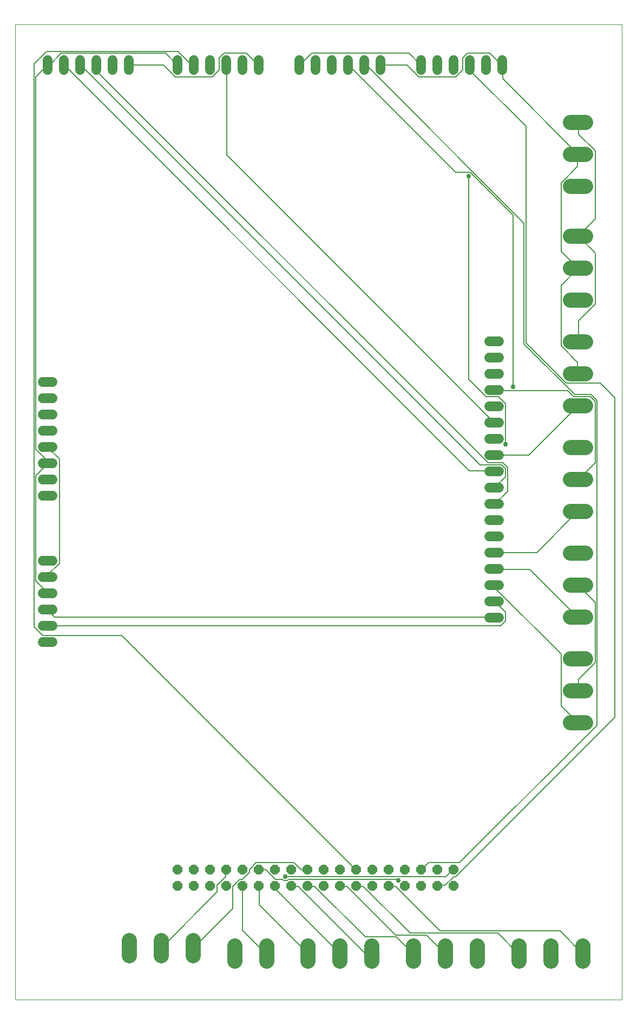
<source format=gtl>
G75*
%MOIN*%
%OFA0B0*%
%FSLAX25Y25*%
%IPPOS*%
%LPD*%
%AMOC8*
5,1,8,0,0,1.08239X$1,22.5*
%
%ADD10C,0.00000*%
%ADD11C,0.06000*%
%ADD12OC8,0.06000*%
%ADD13C,0.09370*%
%ADD14C,0.00600*%
%ADD15C,0.02978*%
D10*
X0001000Y0001000D02*
X0001000Y0600961D01*
X0374701Y0600961D01*
X0374701Y0001000D01*
X0001000Y0001000D01*
D11*
X0018000Y0221000D02*
X0024000Y0221000D01*
X0024000Y0231000D02*
X0018000Y0231000D01*
X0018000Y0241000D02*
X0024000Y0241000D01*
X0024000Y0251000D02*
X0018000Y0251000D01*
X0018000Y0261000D02*
X0024000Y0261000D01*
X0024000Y0271000D02*
X0018000Y0271000D01*
X0018000Y0311000D02*
X0024000Y0311000D01*
X0024000Y0321000D02*
X0018000Y0321000D01*
X0018000Y0331000D02*
X0024000Y0331000D01*
X0024000Y0341000D02*
X0018000Y0341000D01*
X0018000Y0351000D02*
X0024000Y0351000D01*
X0024000Y0361000D02*
X0018000Y0361000D01*
X0018000Y0371000D02*
X0024000Y0371000D01*
X0024000Y0381000D02*
X0018000Y0381000D01*
X0021000Y0573000D02*
X0021000Y0579000D01*
X0031000Y0579000D02*
X0031000Y0573000D01*
X0041000Y0573000D02*
X0041000Y0579000D01*
X0051000Y0579000D02*
X0051000Y0573000D01*
X0061000Y0573000D02*
X0061000Y0579000D01*
X0071000Y0579000D02*
X0071000Y0573000D01*
X0101000Y0573000D02*
X0101000Y0579000D01*
X0111000Y0579000D02*
X0111000Y0573000D01*
X0121000Y0573000D02*
X0121000Y0579000D01*
X0131000Y0579000D02*
X0131000Y0573000D01*
X0141000Y0573000D02*
X0141000Y0579000D01*
X0151000Y0579000D02*
X0151000Y0573000D01*
X0176000Y0573000D02*
X0176000Y0579000D01*
X0186000Y0579000D02*
X0186000Y0573000D01*
X0196000Y0573000D02*
X0196000Y0579000D01*
X0206000Y0579000D02*
X0206000Y0573000D01*
X0216000Y0573000D02*
X0216000Y0579000D01*
X0226000Y0579000D02*
X0226000Y0573000D01*
X0251000Y0573000D02*
X0251000Y0579000D01*
X0261000Y0579000D02*
X0261000Y0573000D01*
X0271000Y0573000D02*
X0271000Y0579000D01*
X0281000Y0579000D02*
X0281000Y0573000D01*
X0291000Y0573000D02*
X0291000Y0579000D01*
X0301000Y0579000D02*
X0301000Y0573000D01*
X0299000Y0406000D02*
X0293000Y0406000D01*
X0293000Y0396000D02*
X0299000Y0396000D01*
X0299000Y0386000D02*
X0293000Y0386000D01*
X0293000Y0376000D02*
X0299000Y0376000D01*
X0299000Y0366000D02*
X0293000Y0366000D01*
X0293000Y0356000D02*
X0299000Y0356000D01*
X0299000Y0346000D02*
X0293000Y0346000D01*
X0293000Y0336000D02*
X0299000Y0336000D01*
X0299000Y0326000D02*
X0293000Y0326000D01*
X0293000Y0316000D02*
X0299000Y0316000D01*
X0299000Y0306000D02*
X0293000Y0306000D01*
X0293000Y0296000D02*
X0299000Y0296000D01*
X0299000Y0286000D02*
X0293000Y0286000D01*
X0293000Y0276000D02*
X0299000Y0276000D01*
X0299000Y0266000D02*
X0293000Y0266000D01*
X0293000Y0256000D02*
X0299000Y0256000D01*
X0299000Y0246000D02*
X0293000Y0246000D01*
X0293000Y0236000D02*
X0299000Y0236000D01*
D12*
X0271000Y0081000D03*
X0271000Y0071000D03*
X0261000Y0071000D03*
X0261000Y0081000D03*
X0251000Y0081000D03*
X0251000Y0071000D03*
X0241000Y0071000D03*
X0241000Y0081000D03*
X0231000Y0081000D03*
X0231000Y0071000D03*
X0221000Y0071000D03*
X0221000Y0081000D03*
X0211000Y0081000D03*
X0211000Y0071000D03*
X0201000Y0071000D03*
X0201000Y0081000D03*
X0191000Y0081000D03*
X0191000Y0071000D03*
X0181000Y0071000D03*
X0181000Y0081000D03*
X0171000Y0081000D03*
X0171000Y0071000D03*
X0161000Y0071000D03*
X0161000Y0081000D03*
X0151000Y0081000D03*
X0151000Y0071000D03*
X0141000Y0071000D03*
X0141000Y0081000D03*
X0131000Y0081000D03*
X0131000Y0071000D03*
X0121000Y0071000D03*
X0121000Y0081000D03*
X0111000Y0081000D03*
X0111000Y0071000D03*
X0101000Y0071000D03*
X0101000Y0081000D03*
D13*
X0110685Y0037457D02*
X0110685Y0028087D01*
X0091000Y0028087D02*
X0091000Y0037457D01*
X0071315Y0037457D02*
X0071315Y0028087D01*
X0136157Y0024543D02*
X0136157Y0033913D01*
X0155843Y0033913D02*
X0155843Y0024543D01*
X0181315Y0024543D02*
X0181315Y0033913D01*
X0201000Y0033913D02*
X0201000Y0024543D01*
X0220685Y0024543D02*
X0220685Y0033913D01*
X0246315Y0033913D02*
X0246315Y0024543D01*
X0266000Y0024543D02*
X0266000Y0033913D01*
X0285685Y0033913D02*
X0285685Y0024543D01*
X0311315Y0024543D02*
X0311315Y0033913D01*
X0331000Y0033913D02*
X0331000Y0024543D01*
X0350685Y0024543D02*
X0350685Y0033913D01*
X0352457Y0171315D02*
X0343087Y0171315D01*
X0343087Y0191000D02*
X0352457Y0191000D01*
X0352457Y0210685D02*
X0343087Y0210685D01*
X0343087Y0236315D02*
X0352457Y0236315D01*
X0352457Y0256000D02*
X0343087Y0256000D01*
X0343087Y0275685D02*
X0352457Y0275685D01*
X0352457Y0301315D02*
X0343087Y0301315D01*
X0343087Y0321000D02*
X0352457Y0321000D01*
X0352457Y0340685D02*
X0343087Y0340685D01*
X0343087Y0366315D02*
X0352457Y0366315D01*
X0352457Y0386000D02*
X0343087Y0386000D01*
X0343087Y0405685D02*
X0352457Y0405685D01*
X0352457Y0431315D02*
X0343087Y0431315D01*
X0343087Y0451000D02*
X0352457Y0451000D01*
X0352457Y0470685D02*
X0343087Y0470685D01*
X0343087Y0501315D02*
X0352457Y0501315D01*
X0352457Y0521000D02*
X0343087Y0521000D01*
X0343087Y0540685D02*
X0352457Y0540685D01*
D14*
X0348000Y0540600D02*
X0348000Y0533400D01*
X0358200Y0523200D01*
X0358200Y0481200D01*
X0348000Y0471000D01*
X0347772Y0470685D01*
X0348000Y0470400D01*
X0358200Y0460200D01*
X0358200Y0429000D01*
X0348000Y0418800D01*
X0348000Y0406200D01*
X0347772Y0405685D01*
X0337200Y0403200D02*
X0347400Y0393000D01*
X0347400Y0386400D01*
X0347772Y0386000D01*
X0340200Y0380400D02*
X0315600Y0405000D01*
X0315600Y0538200D01*
X0281400Y0572400D01*
X0281400Y0576000D01*
X0281000Y0576000D01*
X0276600Y0573000D02*
X0276600Y0580200D01*
X0279600Y0583200D01*
X0293400Y0583200D01*
X0300600Y0576000D01*
X0301000Y0576000D01*
X0301200Y0576000D01*
X0301200Y0567600D01*
X0347400Y0521400D01*
X0347772Y0521000D01*
X0347400Y0520800D01*
X0347400Y0513600D01*
X0337200Y0503400D01*
X0337200Y0461400D01*
X0347400Y0451200D01*
X0347772Y0451000D01*
X0347400Y0450600D01*
X0337200Y0440400D01*
X0337200Y0403200D01*
X0340200Y0380400D02*
X0361200Y0380400D01*
X0370200Y0371400D01*
X0370200Y0174600D01*
X0272400Y0076800D01*
X0271200Y0076800D01*
X0265800Y0071400D01*
X0261000Y0071400D01*
X0261000Y0071000D01*
X0266400Y0076800D02*
X0270600Y0081000D01*
X0271000Y0081000D01*
X0274800Y0085200D02*
X0255600Y0085200D01*
X0251400Y0081000D01*
X0251000Y0081000D01*
X0237000Y0074400D02*
X0236400Y0075000D01*
X0169200Y0075000D01*
X0168600Y0074400D01*
X0166200Y0074400D01*
X0165600Y0075000D01*
X0161400Y0075000D01*
X0155400Y0081000D01*
X0151000Y0081000D01*
X0149400Y0085200D02*
X0145200Y0081000D01*
X0145200Y0079200D01*
X0141000Y0075000D01*
X0139200Y0075000D01*
X0135000Y0070800D01*
X0135000Y0057000D01*
X0111000Y0033000D01*
X0110685Y0032772D01*
X0091200Y0033000D02*
X0091000Y0032772D01*
X0091200Y0033000D02*
X0125400Y0067200D01*
X0125400Y0071400D01*
X0130800Y0076800D01*
X0130800Y0081000D01*
X0131000Y0081000D01*
X0141000Y0071000D02*
X0141000Y0043800D01*
X0155400Y0029400D01*
X0155843Y0029228D01*
X0181200Y0029400D02*
X0151200Y0059400D01*
X0151200Y0070800D01*
X0151000Y0071000D01*
X0161000Y0071000D02*
X0161400Y0070800D01*
X0161400Y0069000D01*
X0201000Y0029400D01*
X0201000Y0029228D01*
X0216600Y0029400D02*
X0220200Y0029400D01*
X0220685Y0029228D01*
X0216600Y0029400D02*
X0175200Y0070800D01*
X0171000Y0070800D01*
X0171000Y0071000D01*
X0167400Y0076800D02*
X0266400Y0076800D01*
X0274800Y0085200D02*
X0359400Y0169800D01*
X0359400Y0369600D01*
X0355800Y0373200D01*
X0345600Y0373200D01*
X0314400Y0404400D01*
X0314400Y0478800D01*
X0217200Y0576000D01*
X0216000Y0576000D01*
X0206400Y0576000D02*
X0206000Y0576000D01*
X0206400Y0576000D02*
X0272400Y0510000D01*
X0281400Y0510000D01*
X0307800Y0483600D01*
X0307800Y0378000D01*
X0298800Y0372000D02*
X0303000Y0367800D01*
X0303000Y0342600D01*
X0301200Y0331200D02*
X0304200Y0328200D01*
X0304200Y0313800D01*
X0296400Y0306000D01*
X0296000Y0306000D01*
X0296000Y0316000D02*
X0296400Y0316200D01*
X0303000Y0322800D01*
X0303000Y0327600D01*
X0300600Y0330000D01*
X0287400Y0330000D01*
X0041400Y0576000D01*
X0041000Y0576000D01*
X0031200Y0576000D02*
X0031000Y0576000D01*
X0031200Y0576000D02*
X0280800Y0326400D01*
X0295800Y0326400D01*
X0296000Y0326000D01*
X0292200Y0331200D02*
X0301200Y0331200D01*
X0296000Y0336000D02*
X0317400Y0336000D01*
X0347400Y0366000D01*
X0347772Y0366315D01*
X0345000Y0372000D02*
X0355200Y0372000D01*
X0358200Y0369000D01*
X0358200Y0331200D01*
X0348000Y0321000D01*
X0347772Y0321000D01*
X0347772Y0301315D02*
X0347400Y0301200D01*
X0322200Y0276000D01*
X0296000Y0276000D01*
X0296000Y0266000D02*
X0296400Y0265800D01*
X0318000Y0265800D01*
X0347400Y0236400D01*
X0347772Y0236315D01*
X0358200Y0245400D02*
X0348000Y0255600D01*
X0347772Y0256000D01*
X0358200Y0245400D02*
X0358200Y0208200D01*
X0348000Y0198000D01*
X0348000Y0191400D01*
X0347772Y0191000D01*
X0337200Y0181800D02*
X0347400Y0171600D01*
X0347772Y0171315D01*
X0337200Y0181800D02*
X0337200Y0213600D01*
X0296400Y0254400D01*
X0296400Y0255600D01*
X0296000Y0256000D01*
X0296000Y0246000D02*
X0296400Y0246000D01*
X0303000Y0239400D01*
X0303000Y0234000D01*
X0300000Y0231000D01*
X0021000Y0231000D01*
X0018000Y0225000D02*
X0066600Y0225000D01*
X0210600Y0081000D01*
X0211000Y0081000D01*
X0211000Y0071000D02*
X0211200Y0070800D01*
X0215400Y0070800D01*
X0244200Y0042000D01*
X0298200Y0042000D01*
X0310800Y0029400D01*
X0311315Y0029228D01*
X0336600Y0043200D02*
X0350400Y0029400D01*
X0350685Y0029228D01*
X0336600Y0043200D02*
X0262800Y0043200D01*
X0235200Y0070800D01*
X0231000Y0070800D01*
X0231000Y0071000D01*
X0205200Y0070800D02*
X0235200Y0040800D01*
X0254400Y0040800D01*
X0265800Y0029400D01*
X0266000Y0029228D01*
X0246315Y0029228D02*
X0246000Y0029400D01*
X0235800Y0039600D01*
X0216600Y0039600D01*
X0185400Y0070800D01*
X0181200Y0070800D01*
X0181000Y0071000D01*
X0181000Y0081000D02*
X0177000Y0081000D01*
X0172800Y0085200D01*
X0149400Y0085200D01*
X0181200Y0029400D02*
X0181315Y0029228D01*
X0201000Y0070800D02*
X0201000Y0071000D01*
X0201000Y0070800D02*
X0205200Y0070800D01*
X0296000Y0236000D02*
X0295800Y0236400D01*
X0025200Y0236400D01*
X0021000Y0240600D01*
X0021000Y0241000D01*
X0021000Y0251000D02*
X0021000Y0251400D01*
X0013800Y0258600D01*
X0013800Y0323400D01*
X0021000Y0330600D01*
X0021000Y0331000D01*
X0021000Y0332400D01*
X0013800Y0339600D01*
X0013800Y0568800D01*
X0021000Y0576000D01*
X0022200Y0576000D01*
X0029400Y0583200D01*
X0093600Y0583200D01*
X0100800Y0576000D01*
X0101000Y0576000D01*
X0099600Y0568800D02*
X0122400Y0568800D01*
X0126600Y0573000D01*
X0126600Y0580200D01*
X0129600Y0583200D01*
X0143400Y0583200D01*
X0150600Y0576000D01*
X0151000Y0576000D01*
X0131400Y0576000D02*
X0131000Y0576000D01*
X0131400Y0576000D02*
X0131400Y0520800D01*
X0295800Y0356400D01*
X0296000Y0356000D01*
X0298800Y0372000D02*
X0291000Y0372000D01*
X0280200Y0382800D01*
X0280200Y0507600D01*
X0272400Y0568800D02*
X0249600Y0568800D01*
X0242400Y0576000D01*
X0226000Y0576000D01*
X0243600Y0583200D02*
X0250800Y0576000D01*
X0251000Y0576000D01*
X0243600Y0583200D02*
X0183600Y0583200D01*
X0176400Y0576000D01*
X0176000Y0576000D01*
X0111000Y0576000D02*
X0109800Y0576000D01*
X0101400Y0584400D01*
X0020400Y0584400D01*
X0012600Y0576600D01*
X0012600Y0230400D01*
X0018000Y0225000D01*
X0021000Y0261000D02*
X0021000Y0262200D01*
X0028200Y0269400D01*
X0028200Y0333600D01*
X0021000Y0340800D01*
X0021000Y0341000D01*
X0099600Y0568800D02*
X0092400Y0576000D01*
X0071000Y0576000D01*
X0051000Y0576000D02*
X0051000Y0572400D01*
X0292200Y0331200D01*
X0296400Y0375600D02*
X0296000Y0376000D01*
X0296400Y0375600D02*
X0341400Y0375600D01*
X0345000Y0372000D01*
X0348000Y0540600D02*
X0347772Y0540685D01*
X0276600Y0573000D02*
X0272400Y0568800D01*
D15*
X0280200Y0507600D03*
X0307800Y0378000D03*
X0303000Y0342600D03*
X0237000Y0074400D03*
X0167400Y0076800D03*
M02*

</source>
